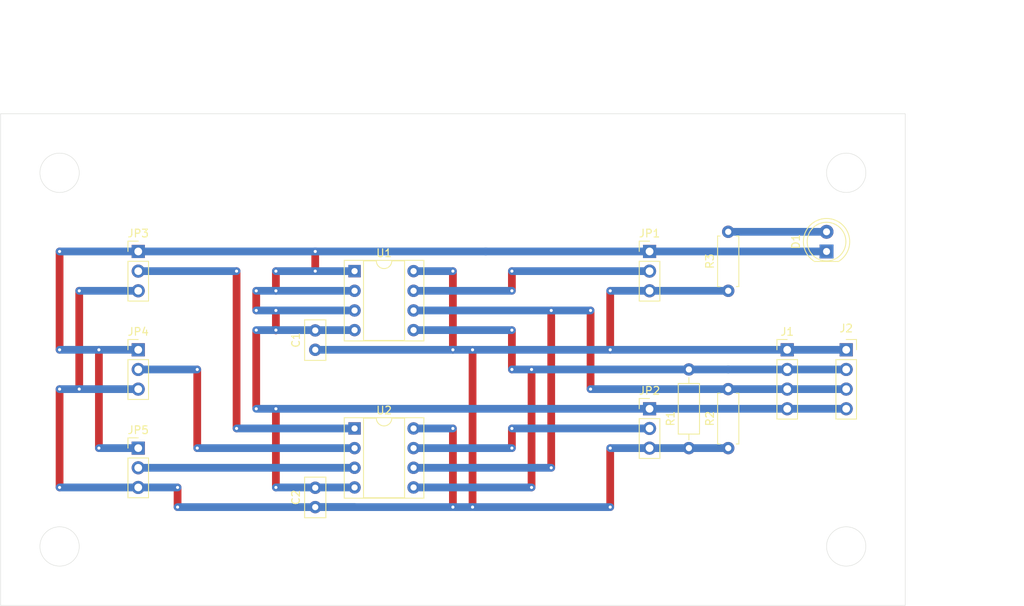
<source format=kicad_pcb>
(kicad_pcb (version 20171130) (host pcbnew 5.1.5+dfsg1-2build2)

  (general
    (thickness 1.6)
    (drawings 90)
    (tracks 131)
    (zones 0)
    (modules 15)
    (nets 11)
  )

  (page A4)
  (layers
    (0 F.Cu signal)
    (31 B.Cu signal)
    (32 B.Adhes user)
    (33 F.Adhes user)
    (34 B.Paste user)
    (35 F.Paste user)
    (36 B.SilkS user)
    (37 F.SilkS user)
    (38 B.Mask user)
    (39 F.Mask user)
    (40 Dwgs.User user)
    (41 Cmts.User user)
    (42 Eco1.User user)
    (43 Eco2.User user)
    (44 Edge.Cuts user)
    (45 Margin user)
    (46 B.CrtYd user)
    (47 F.CrtYd user)
    (48 B.Fab user)
    (49 F.Fab user)
  )

  (setup
    (last_trace_width 1)
    (user_trace_width 1)
    (user_trace_width 2)
    (trace_clearance 0.2)
    (zone_clearance 0.508)
    (zone_45_only no)
    (trace_min 0.2)
    (via_size 0.8)
    (via_drill 0.4)
    (via_min_size 0.4)
    (via_min_drill 0.3)
    (user_via 2 0.8)
    (uvia_size 0.3)
    (uvia_drill 0.1)
    (uvias_allowed no)
    (uvia_min_size 0.2)
    (uvia_min_drill 0.1)
    (edge_width 0.05)
    (segment_width 0.2)
    (pcb_text_width 0.3)
    (pcb_text_size 1.5 1.5)
    (mod_edge_width 0.12)
    (mod_text_size 1 1)
    (mod_text_width 0.15)
    (pad_size 1.524 1.524)
    (pad_drill 0.762)
    (pad_to_mask_clearance 0.051)
    (solder_mask_min_width 0.25)
    (aux_axis_origin 0 0)
    (visible_elements FFFFFF7F)
    (pcbplotparams
      (layerselection 0x010fc_ffffffff)
      (usegerberextensions false)
      (usegerberattributes false)
      (usegerberadvancedattributes false)
      (creategerberjobfile false)
      (excludeedgelayer true)
      (linewidth 0.100000)
      (plotframeref false)
      (viasonmask false)
      (mode 1)
      (useauxorigin false)
      (hpglpennumber 1)
      (hpglpenspeed 20)
      (hpglpendiameter 15.000000)
      (psnegative false)
      (psa4output false)
      (plotreference true)
      (plotvalue true)
      (plotinvisibletext false)
      (padsonsilk false)
      (subtractmaskfromsilk false)
      (outputformat 1)
      (mirror false)
      (drillshape 1)
      (scaleselection 1)
      (outputdirectory ""))
  )

  (net 0 "")
  (net 1 +5V)
  (net 2 "Net-(D1-Pad2)")
  (net 3 GND)
  (net 4 /SDA)
  (net 5 /SCL)
  (net 6 "Net-(JP1-Pad2)")
  (net 7 "Net-(JP2-Pad2)")
  (net 8 "Net-(JP3-Pad2)")
  (net 9 "Net-(JP4-Pad2)")
  (net 10 "Net-(JP5-Pad2)")

  (net_class Default "This is the default net class."
    (clearance 0.2)
    (trace_width 0.25)
    (via_dia 0.8)
    (via_drill 0.4)
    (uvia_dia 0.3)
    (uvia_drill 0.1)
    (add_net +5V)
    (add_net /SCL)
    (add_net /SDA)
    (add_net GND)
    (add_net "Net-(D1-Pad2)")
    (add_net "Net-(JP1-Pad2)")
    (add_net "Net-(JP2-Pad2)")
    (add_net "Net-(JP3-Pad2)")
    (add_net "Net-(JP4-Pad2)")
    (add_net "Net-(JP5-Pad2)")
  )

  (module Resistor_THT:R_Axial_DIN0207_L6.3mm_D2.5mm_P10.16mm_Horizontal (layer F.Cu) (tedit 5AE5139B) (tstamp 63B9F74E)
    (at 165.1 99.06 90)
    (descr "Resistor, Axial_DIN0207 series, Axial, Horizontal, pin pitch=10.16mm, 0.25W = 1/4W, length*diameter=6.3*2.5mm^2, http://cdn-reichelt.de/documents/datenblatt/B400/1_4W%23YAG.pdf")
    (tags "Resistor Axial_DIN0207 series Axial Horizontal pin pitch 10.16mm 0.25W = 1/4W length 6.3mm diameter 2.5mm")
    (path /6374BE63)
    (fp_text reference R1 (at 3.81 -2.37 90) (layer F.SilkS)
      (effects (font (size 1 1) (thickness 0.15)))
    )
    (fp_text value 10K (at 3.81 2.37 90) (layer F.Fab)
      (effects (font (size 1 1) (thickness 0.15)))
    )
    (fp_text user %R (at 3.81 0 90) (layer F.Fab)
      (effects (font (size 1 1) (thickness 0.15)))
    )
    (fp_line (start 11.21 -1.5) (end -1.05 -1.5) (layer F.CrtYd) (width 0.05))
    (fp_line (start 11.21 1.5) (end 11.21 -1.5) (layer F.CrtYd) (width 0.05))
    (fp_line (start -1.05 1.5) (end 11.21 1.5) (layer F.CrtYd) (width 0.05))
    (fp_line (start -1.05 -1.5) (end -1.05 1.5) (layer F.CrtYd) (width 0.05))
    (fp_line (start 9.12 0) (end 8.35 0) (layer F.SilkS) (width 0.12))
    (fp_line (start 1.04 0) (end 1.81 0) (layer F.SilkS) (width 0.12))
    (fp_line (start 8.35 -1.37) (end 1.81 -1.37) (layer F.SilkS) (width 0.12))
    (fp_line (start 8.35 1.37) (end 8.35 -1.37) (layer F.SilkS) (width 0.12))
    (fp_line (start 1.81 1.37) (end 8.35 1.37) (layer F.SilkS) (width 0.12))
    (fp_line (start 1.81 -1.37) (end 1.81 1.37) (layer F.SilkS) (width 0.12))
    (fp_line (start 10.16 0) (end 8.23 0) (layer F.Fab) (width 0.1))
    (fp_line (start 0 0) (end 1.93 0) (layer F.Fab) (width 0.1))
    (fp_line (start 8.23 -1.25) (end 1.93 -1.25) (layer F.Fab) (width 0.1))
    (fp_line (start 8.23 1.25) (end 8.23 -1.25) (layer F.Fab) (width 0.1))
    (fp_line (start 1.93 1.25) (end 8.23 1.25) (layer F.Fab) (width 0.1))
    (fp_line (start 1.93 -1.25) (end 1.93 1.25) (layer F.Fab) (width 0.1))
    (pad 2 thru_hole oval (at 10.16 0 90) (size 1.6 1.6) (drill 0.8) (layers *.Cu *.Mask)
      (net 4 /SDA))
    (pad 1 thru_hole circle (at 0 0 90) (size 1.6 1.6) (drill 0.8) (layers *.Cu *.Mask)
      (net 1 +5V))
    (model ${KISYS3DMOD}/Resistor_THT.3dshapes/R_Axial_DIN0207_L6.3mm_D2.5mm_P10.16mm_Horizontal.wrl
      (at (xyz 0 0 0))
      (scale (xyz 1 1 1))
      (rotate (xyz 0 0 0))
    )
  )

  (module Connector_PinHeader_2.54mm:PinHeader_1x03_P2.54mm_Vertical (layer F.Cu) (tedit 59FED5CC) (tstamp 6375711B)
    (at 160.02 73.66)
    (descr "Through hole straight pin header, 1x03, 2.54mm pitch, single row")
    (tags "Through hole pin header THT 1x03 2.54mm single row")
    (path /63861D7F)
    (fp_text reference JP1 (at 0 -2.33) (layer F.SilkS)
      (effects (font (size 1 1) (thickness 0.15)))
    )
    (fp_text value Jumper_3_Bridged12 (at 0 7.41) (layer F.Fab)
      (effects (font (size 1 1) (thickness 0.15)))
    )
    (fp_line (start -0.635 -1.27) (end 1.27 -1.27) (layer F.Fab) (width 0.1))
    (fp_line (start 1.27 -1.27) (end 1.27 6.35) (layer F.Fab) (width 0.1))
    (fp_line (start 1.27 6.35) (end -1.27 6.35) (layer F.Fab) (width 0.1))
    (fp_line (start -1.27 6.35) (end -1.27 -0.635) (layer F.Fab) (width 0.1))
    (fp_line (start -1.27 -0.635) (end -0.635 -1.27) (layer F.Fab) (width 0.1))
    (fp_line (start -1.33 6.41) (end 1.33 6.41) (layer F.SilkS) (width 0.12))
    (fp_line (start -1.33 1.27) (end -1.33 6.41) (layer F.SilkS) (width 0.12))
    (fp_line (start 1.33 1.27) (end 1.33 6.41) (layer F.SilkS) (width 0.12))
    (fp_line (start -1.33 1.27) (end 1.33 1.27) (layer F.SilkS) (width 0.12))
    (fp_line (start -1.33 0) (end -1.33 -1.33) (layer F.SilkS) (width 0.12))
    (fp_line (start -1.33 -1.33) (end 0 -1.33) (layer F.SilkS) (width 0.12))
    (fp_line (start -1.8 -1.8) (end -1.8 6.85) (layer F.CrtYd) (width 0.05))
    (fp_line (start -1.8 6.85) (end 1.8 6.85) (layer F.CrtYd) (width 0.05))
    (fp_line (start 1.8 6.85) (end 1.8 -1.8) (layer F.CrtYd) (width 0.05))
    (fp_line (start 1.8 -1.8) (end -1.8 -1.8) (layer F.CrtYd) (width 0.05))
    (fp_text user %R (at 0 2.54 90) (layer F.Fab)
      (effects (font (size 1 1) (thickness 0.15)))
    )
    (pad 1 thru_hole rect (at 0 0) (size 1.7 1.7) (drill 1) (layers *.Cu *.Mask)
      (net 3 GND))
    (pad 2 thru_hole oval (at 0 2.54) (size 1.7 1.7) (drill 1) (layers *.Cu *.Mask)
      (net 6 "Net-(JP1-Pad2)"))
    (pad 3 thru_hole oval (at 0 5.08) (size 1.7 1.7) (drill 1) (layers *.Cu *.Mask)
      (net 1 +5V))
    (model ${KISYS3DMOD}/Connector_PinHeader_2.54mm.3dshapes/PinHeader_1x03_P2.54mm_Vertical.wrl
      (at (xyz 0 0 0))
      (scale (xyz 1 1 1))
      (rotate (xyz 0 0 0))
    )
  )

  (module Connector_PinHeader_2.54mm:PinHeader_1x03_P2.54mm_Vertical (layer F.Cu) (tedit 59FED5CC) (tstamp 63741E3A)
    (at 93.98 73.66)
    (descr "Through hole straight pin header, 1x03, 2.54mm pitch, single row")
    (tags "Through hole pin header THT 1x03 2.54mm single row")
    (path /63877A64)
    (fp_text reference JP3 (at 0 -2.33) (layer F.SilkS)
      (effects (font (size 1 1) (thickness 0.15)))
    )
    (fp_text value Jumper_3_Bridged12 (at 0 7.41) (layer F.Fab)
      (effects (font (size 1 1) (thickness 0.15)))
    )
    (fp_line (start -0.635 -1.27) (end 1.27 -1.27) (layer F.Fab) (width 0.1))
    (fp_line (start 1.27 -1.27) (end 1.27 6.35) (layer F.Fab) (width 0.1))
    (fp_line (start 1.27 6.35) (end -1.27 6.35) (layer F.Fab) (width 0.1))
    (fp_line (start -1.27 6.35) (end -1.27 -0.635) (layer F.Fab) (width 0.1))
    (fp_line (start -1.27 -0.635) (end -0.635 -1.27) (layer F.Fab) (width 0.1))
    (fp_line (start -1.33 6.41) (end 1.33 6.41) (layer F.SilkS) (width 0.12))
    (fp_line (start -1.33 1.27) (end -1.33 6.41) (layer F.SilkS) (width 0.12))
    (fp_line (start 1.33 1.27) (end 1.33 6.41) (layer F.SilkS) (width 0.12))
    (fp_line (start -1.33 1.27) (end 1.33 1.27) (layer F.SilkS) (width 0.12))
    (fp_line (start -1.33 0) (end -1.33 -1.33) (layer F.SilkS) (width 0.12))
    (fp_line (start -1.33 -1.33) (end 0 -1.33) (layer F.SilkS) (width 0.12))
    (fp_line (start -1.8 -1.8) (end -1.8 6.85) (layer F.CrtYd) (width 0.05))
    (fp_line (start -1.8 6.85) (end 1.8 6.85) (layer F.CrtYd) (width 0.05))
    (fp_line (start 1.8 6.85) (end 1.8 -1.8) (layer F.CrtYd) (width 0.05))
    (fp_line (start 1.8 -1.8) (end -1.8 -1.8) (layer F.CrtYd) (width 0.05))
    (fp_text user %R (at 0 2.54 90) (layer F.Fab)
      (effects (font (size 1 1) (thickness 0.15)))
    )
    (pad 1 thru_hole rect (at 0 0) (size 1.7 1.7) (drill 1) (layers *.Cu *.Mask)
      (net 3 GND))
    (pad 2 thru_hole oval (at 0 2.54) (size 1.7 1.7) (drill 1) (layers *.Cu *.Mask)
      (net 8 "Net-(JP3-Pad2)"))
    (pad 3 thru_hole oval (at 0 5.08) (size 1.7 1.7) (drill 1) (layers *.Cu *.Mask)
      (net 1 +5V))
    (model ${KISYS3DMOD}/Connector_PinHeader_2.54mm.3dshapes/PinHeader_1x03_P2.54mm_Vertical.wrl
      (at (xyz 0 0 0))
      (scale (xyz 1 1 1))
      (rotate (xyz 0 0 0))
    )
  )

  (module Connector_PinHeader_2.54mm:PinHeader_1x03_P2.54mm_Vertical (layer F.Cu) (tedit 59FED5CC) (tstamp 637680A6)
    (at 93.98 86.36)
    (descr "Through hole straight pin header, 1x03, 2.54mm pitch, single row")
    (tags "Through hole pin header THT 1x03 2.54mm single row")
    (path /6387B159)
    (fp_text reference JP4 (at 0 -2.33) (layer F.SilkS)
      (effects (font (size 1 1) (thickness 0.15)))
    )
    (fp_text value Jumper_3_Bridged12 (at 0 7.41) (layer F.Fab)
      (effects (font (size 1 1) (thickness 0.15)))
    )
    (fp_text user %R (at 0 2.54 90) (layer F.Fab)
      (effects (font (size 1 1) (thickness 0.15)))
    )
    (fp_line (start 1.8 -1.8) (end -1.8 -1.8) (layer F.CrtYd) (width 0.05))
    (fp_line (start 1.8 6.85) (end 1.8 -1.8) (layer F.CrtYd) (width 0.05))
    (fp_line (start -1.8 6.85) (end 1.8 6.85) (layer F.CrtYd) (width 0.05))
    (fp_line (start -1.8 -1.8) (end -1.8 6.85) (layer F.CrtYd) (width 0.05))
    (fp_line (start -1.33 -1.33) (end 0 -1.33) (layer F.SilkS) (width 0.12))
    (fp_line (start -1.33 0) (end -1.33 -1.33) (layer F.SilkS) (width 0.12))
    (fp_line (start -1.33 1.27) (end 1.33 1.27) (layer F.SilkS) (width 0.12))
    (fp_line (start 1.33 1.27) (end 1.33 6.41) (layer F.SilkS) (width 0.12))
    (fp_line (start -1.33 1.27) (end -1.33 6.41) (layer F.SilkS) (width 0.12))
    (fp_line (start -1.33 6.41) (end 1.33 6.41) (layer F.SilkS) (width 0.12))
    (fp_line (start -1.27 -0.635) (end -0.635 -1.27) (layer F.Fab) (width 0.1))
    (fp_line (start -1.27 6.35) (end -1.27 -0.635) (layer F.Fab) (width 0.1))
    (fp_line (start 1.27 6.35) (end -1.27 6.35) (layer F.Fab) (width 0.1))
    (fp_line (start 1.27 -1.27) (end 1.27 6.35) (layer F.Fab) (width 0.1))
    (fp_line (start -0.635 -1.27) (end 1.27 -1.27) (layer F.Fab) (width 0.1))
    (pad 3 thru_hole oval (at 0 5.08) (size 1.7 1.7) (drill 1) (layers *.Cu *.Mask)
      (net 1 +5V))
    (pad 2 thru_hole oval (at 0 2.54) (size 1.7 1.7) (drill 1) (layers *.Cu *.Mask)
      (net 9 "Net-(JP4-Pad2)"))
    (pad 1 thru_hole rect (at 0 0) (size 1.7 1.7) (drill 1) (layers *.Cu *.Mask)
      (net 3 GND))
    (model ${KISYS3DMOD}/Connector_PinHeader_2.54mm.3dshapes/PinHeader_1x03_P2.54mm_Vertical.wrl
      (at (xyz 0 0 0))
      (scale (xyz 1 1 1))
      (rotate (xyz 0 0 0))
    )
  )

  (module Connector_PinHeader_2.54mm:PinHeader_1x03_P2.54mm_Vertical (layer F.Cu) (tedit 59FED5CC) (tstamp 6376857C)
    (at 93.98 99.06)
    (descr "Through hole straight pin header, 1x03, 2.54mm pitch, single row")
    (tags "Through hole pin header THT 1x03 2.54mm single row")
    (path /6387E1BA)
    (fp_text reference JP5 (at 0 -2.33) (layer F.SilkS)
      (effects (font (size 1 1) (thickness 0.15)))
    )
    (fp_text value Jumper_3_Bridged12 (at 0 7.41) (layer F.Fab)
      (effects (font (size 1 1) (thickness 0.15)))
    )
    (fp_line (start -0.635 -1.27) (end 1.27 -1.27) (layer F.Fab) (width 0.1))
    (fp_line (start 1.27 -1.27) (end 1.27 6.35) (layer F.Fab) (width 0.1))
    (fp_line (start 1.27 6.35) (end -1.27 6.35) (layer F.Fab) (width 0.1))
    (fp_line (start -1.27 6.35) (end -1.27 -0.635) (layer F.Fab) (width 0.1))
    (fp_line (start -1.27 -0.635) (end -0.635 -1.27) (layer F.Fab) (width 0.1))
    (fp_line (start -1.33 6.41) (end 1.33 6.41) (layer F.SilkS) (width 0.12))
    (fp_line (start -1.33 1.27) (end -1.33 6.41) (layer F.SilkS) (width 0.12))
    (fp_line (start 1.33 1.27) (end 1.33 6.41) (layer F.SilkS) (width 0.12))
    (fp_line (start -1.33 1.27) (end 1.33 1.27) (layer F.SilkS) (width 0.12))
    (fp_line (start -1.33 0) (end -1.33 -1.33) (layer F.SilkS) (width 0.12))
    (fp_line (start -1.33 -1.33) (end 0 -1.33) (layer F.SilkS) (width 0.12))
    (fp_line (start -1.8 -1.8) (end -1.8 6.85) (layer F.CrtYd) (width 0.05))
    (fp_line (start -1.8 6.85) (end 1.8 6.85) (layer F.CrtYd) (width 0.05))
    (fp_line (start 1.8 6.85) (end 1.8 -1.8) (layer F.CrtYd) (width 0.05))
    (fp_line (start 1.8 -1.8) (end -1.8 -1.8) (layer F.CrtYd) (width 0.05))
    (fp_text user %R (at 0 2.54 90) (layer F.Fab)
      (effects (font (size 1 1) (thickness 0.15)))
    )
    (pad 1 thru_hole rect (at 0 0) (size 1.7 1.7) (drill 1) (layers *.Cu *.Mask)
      (net 3 GND))
    (pad 2 thru_hole oval (at 0 2.54) (size 1.7 1.7) (drill 1) (layers *.Cu *.Mask)
      (net 10 "Net-(JP5-Pad2)"))
    (pad 3 thru_hole oval (at 0 5.08) (size 1.7 1.7) (drill 1) (layers *.Cu *.Mask)
      (net 1 +5V))
    (model ${KISYS3DMOD}/Connector_PinHeader_2.54mm.3dshapes/PinHeader_1x03_P2.54mm_Vertical.wrl
      (at (xyz 0 0 0))
      (scale (xyz 1 1 1))
      (rotate (xyz 0 0 0))
    )
  )

  (module Package_DIP:DIP-8_W7.62mm_Socket (layer F.Cu) (tedit 5A02E8C5) (tstamp 637423B3)
    (at 121.92 76.2)
    (descr "8-lead though-hole mounted DIP package, row spacing 7.62 mm (300 mils), Socket")
    (tags "THT DIP DIL PDIP 2.54mm 7.62mm 300mil Socket")
    (path /6374A438)
    (fp_text reference U1 (at 3.81 -2.33) (layer F.SilkS)
      (effects (font (size 1 1) (thickness 0.15)))
    )
    (fp_text value 24LC256 (at 3.81 9.95) (layer F.Fab)
      (effects (font (size 1 1) (thickness 0.15)))
    )
    (fp_text user %R (at 3.81 3.81) (layer F.Fab)
      (effects (font (size 1 1) (thickness 0.15)))
    )
    (fp_line (start 9.15 -1.6) (end -1.55 -1.6) (layer F.CrtYd) (width 0.05))
    (fp_line (start 9.15 9.2) (end 9.15 -1.6) (layer F.CrtYd) (width 0.05))
    (fp_line (start -1.55 9.2) (end 9.15 9.2) (layer F.CrtYd) (width 0.05))
    (fp_line (start -1.55 -1.6) (end -1.55 9.2) (layer F.CrtYd) (width 0.05))
    (fp_line (start 8.95 -1.39) (end -1.33 -1.39) (layer F.SilkS) (width 0.12))
    (fp_line (start 8.95 9.01) (end 8.95 -1.39) (layer F.SilkS) (width 0.12))
    (fp_line (start -1.33 9.01) (end 8.95 9.01) (layer F.SilkS) (width 0.12))
    (fp_line (start -1.33 -1.39) (end -1.33 9.01) (layer F.SilkS) (width 0.12))
    (fp_line (start 6.46 -1.33) (end 4.81 -1.33) (layer F.SilkS) (width 0.12))
    (fp_line (start 6.46 8.95) (end 6.46 -1.33) (layer F.SilkS) (width 0.12))
    (fp_line (start 1.16 8.95) (end 6.46 8.95) (layer F.SilkS) (width 0.12))
    (fp_line (start 1.16 -1.33) (end 1.16 8.95) (layer F.SilkS) (width 0.12))
    (fp_line (start 2.81 -1.33) (end 1.16 -1.33) (layer F.SilkS) (width 0.12))
    (fp_line (start 8.89 -1.33) (end -1.27 -1.33) (layer F.Fab) (width 0.1))
    (fp_line (start 8.89 8.95) (end 8.89 -1.33) (layer F.Fab) (width 0.1))
    (fp_line (start -1.27 8.95) (end 8.89 8.95) (layer F.Fab) (width 0.1))
    (fp_line (start -1.27 -1.33) (end -1.27 8.95) (layer F.Fab) (width 0.1))
    (fp_line (start 0.635 -0.27) (end 1.635 -1.27) (layer F.Fab) (width 0.1))
    (fp_line (start 0.635 8.89) (end 0.635 -0.27) (layer F.Fab) (width 0.1))
    (fp_line (start 6.985 8.89) (end 0.635 8.89) (layer F.Fab) (width 0.1))
    (fp_line (start 6.985 -1.27) (end 6.985 8.89) (layer F.Fab) (width 0.1))
    (fp_line (start 1.635 -1.27) (end 6.985 -1.27) (layer F.Fab) (width 0.1))
    (fp_arc (start 3.81 -1.33) (end 2.81 -1.33) (angle -180) (layer F.SilkS) (width 0.12))
    (pad 8 thru_hole oval (at 7.62 0) (size 1.6 1.6) (drill 0.8) (layers *.Cu *.Mask)
      (net 1 +5V))
    (pad 4 thru_hole oval (at 0 7.62) (size 1.6 1.6) (drill 0.8) (layers *.Cu *.Mask)
      (net 3 GND))
    (pad 7 thru_hole oval (at 7.62 2.54) (size 1.6 1.6) (drill 0.8) (layers *.Cu *.Mask)
      (net 6 "Net-(JP1-Pad2)"))
    (pad 3 thru_hole oval (at 0 5.08) (size 1.6 1.6) (drill 0.8) (layers *.Cu *.Mask)
      (net 3 GND))
    (pad 6 thru_hole oval (at 7.62 5.08) (size 1.6 1.6) (drill 0.8) (layers *.Cu *.Mask)
      (net 5 /SCL))
    (pad 2 thru_hole oval (at 0 2.54) (size 1.6 1.6) (drill 0.8) (layers *.Cu *.Mask)
      (net 3 GND))
    (pad 5 thru_hole oval (at 7.62 7.62) (size 1.6 1.6) (drill 0.8) (layers *.Cu *.Mask)
      (net 4 /SDA))
    (pad 1 thru_hole rect (at 0 0) (size 1.6 1.6) (drill 0.8) (layers *.Cu *.Mask)
      (net 3 GND))
    (model ${KISYS3DMOD}/Package_DIP.3dshapes/DIP-8_W7.62mm_Socket.wrl
      (at (xyz 0 0 0))
      (scale (xyz 1 1 1))
      (rotate (xyz 0 0 0))
    )
  )

  (module Package_DIP:DIP-8_W7.62mm_Socket (layer F.Cu) (tedit 5A02E8C5) (tstamp 637424AB)
    (at 121.92 96.52)
    (descr "8-lead though-hole mounted DIP package, row spacing 7.62 mm (300 mils), Socket")
    (tags "THT DIP DIL PDIP 2.54mm 7.62mm 300mil Socket")
    (path /6374B13F)
    (fp_text reference U2 (at 3.81 -2.33) (layer F.SilkS)
      (effects (font (size 1 1) (thickness 0.15)))
    )
    (fp_text value 24LC256 (at 3.81 9.95) (layer F.Fab)
      (effects (font (size 1 1) (thickness 0.15)))
    )
    (fp_arc (start 3.81 -1.33) (end 2.81 -1.33) (angle -180) (layer F.SilkS) (width 0.12))
    (fp_line (start 1.635 -1.27) (end 6.985 -1.27) (layer F.Fab) (width 0.1))
    (fp_line (start 6.985 -1.27) (end 6.985 8.89) (layer F.Fab) (width 0.1))
    (fp_line (start 6.985 8.89) (end 0.635 8.89) (layer F.Fab) (width 0.1))
    (fp_line (start 0.635 8.89) (end 0.635 -0.27) (layer F.Fab) (width 0.1))
    (fp_line (start 0.635 -0.27) (end 1.635 -1.27) (layer F.Fab) (width 0.1))
    (fp_line (start -1.27 -1.33) (end -1.27 8.95) (layer F.Fab) (width 0.1))
    (fp_line (start -1.27 8.95) (end 8.89 8.95) (layer F.Fab) (width 0.1))
    (fp_line (start 8.89 8.95) (end 8.89 -1.33) (layer F.Fab) (width 0.1))
    (fp_line (start 8.89 -1.33) (end -1.27 -1.33) (layer F.Fab) (width 0.1))
    (fp_line (start 2.81 -1.33) (end 1.16 -1.33) (layer F.SilkS) (width 0.12))
    (fp_line (start 1.16 -1.33) (end 1.16 8.95) (layer F.SilkS) (width 0.12))
    (fp_line (start 1.16 8.95) (end 6.46 8.95) (layer F.SilkS) (width 0.12))
    (fp_line (start 6.46 8.95) (end 6.46 -1.33) (layer F.SilkS) (width 0.12))
    (fp_line (start 6.46 -1.33) (end 4.81 -1.33) (layer F.SilkS) (width 0.12))
    (fp_line (start -1.33 -1.39) (end -1.33 9.01) (layer F.SilkS) (width 0.12))
    (fp_line (start -1.33 9.01) (end 8.95 9.01) (layer F.SilkS) (width 0.12))
    (fp_line (start 8.95 9.01) (end 8.95 -1.39) (layer F.SilkS) (width 0.12))
    (fp_line (start 8.95 -1.39) (end -1.33 -1.39) (layer F.SilkS) (width 0.12))
    (fp_line (start -1.55 -1.6) (end -1.55 9.2) (layer F.CrtYd) (width 0.05))
    (fp_line (start -1.55 9.2) (end 9.15 9.2) (layer F.CrtYd) (width 0.05))
    (fp_line (start 9.15 9.2) (end 9.15 -1.6) (layer F.CrtYd) (width 0.05))
    (fp_line (start 9.15 -1.6) (end -1.55 -1.6) (layer F.CrtYd) (width 0.05))
    (fp_text user %R (at 3.81 3.81) (layer F.Fab)
      (effects (font (size 1 1) (thickness 0.15)))
    )
    (pad 1 thru_hole rect (at 0 0) (size 1.6 1.6) (drill 0.8) (layers *.Cu *.Mask)
      (net 8 "Net-(JP3-Pad2)"))
    (pad 5 thru_hole oval (at 7.62 7.62) (size 1.6 1.6) (drill 0.8) (layers *.Cu *.Mask)
      (net 4 /SDA))
    (pad 2 thru_hole oval (at 0 2.54) (size 1.6 1.6) (drill 0.8) (layers *.Cu *.Mask)
      (net 9 "Net-(JP4-Pad2)"))
    (pad 6 thru_hole oval (at 7.62 5.08) (size 1.6 1.6) (drill 0.8) (layers *.Cu *.Mask)
      (net 5 /SCL))
    (pad 3 thru_hole oval (at 0 5.08) (size 1.6 1.6) (drill 0.8) (layers *.Cu *.Mask)
      (net 10 "Net-(JP5-Pad2)"))
    (pad 7 thru_hole oval (at 7.62 2.54) (size 1.6 1.6) (drill 0.8) (layers *.Cu *.Mask)
      (net 7 "Net-(JP2-Pad2)"))
    (pad 4 thru_hole oval (at 0 7.62) (size 1.6 1.6) (drill 0.8) (layers *.Cu *.Mask)
      (net 3 GND))
    (pad 8 thru_hole oval (at 7.62 0) (size 1.6 1.6) (drill 0.8) (layers *.Cu *.Mask)
      (net 1 +5V))
    (model ${KISYS3DMOD}/Package_DIP.3dshapes/DIP-8_W7.62mm_Socket.wrl
      (at (xyz 0 0 0))
      (scale (xyz 1 1 1))
      (rotate (xyz 0 0 0))
    )
  )

  (module Capacitor_THT:C_Disc_D5.0mm_W2.5mm_P2.50mm (layer F.Cu) (tedit 5AE50EF0) (tstamp 63BBF55B)
    (at 116.84 86.36 90)
    (descr "C, Disc series, Radial, pin pitch=2.50mm, , diameter*width=5*2.5mm^2, Capacitor, http://cdn-reichelt.de/documents/datenblatt/B300/DS_KERKO_TC.pdf")
    (tags "C Disc series Radial pin pitch 2.50mm  diameter 5mm width 2.5mm Capacitor")
    (path /6374B7D2)
    (fp_text reference C1 (at 1.25 -2.5 90) (layer F.SilkS)
      (effects (font (size 1 1) (thickness 0.15)))
    )
    (fp_text value 0.1uF (at 1.25 2.5 90) (layer F.Fab)
      (effects (font (size 1 1) (thickness 0.15)))
    )
    (fp_text user %R (at 1.25 0 90) (layer F.Fab)
      (effects (font (size 1 1) (thickness 0.15)))
    )
    (fp_line (start 4 -1.5) (end -1.5 -1.5) (layer F.CrtYd) (width 0.05))
    (fp_line (start 4 1.5) (end 4 -1.5) (layer F.CrtYd) (width 0.05))
    (fp_line (start -1.5 1.5) (end 4 1.5) (layer F.CrtYd) (width 0.05))
    (fp_line (start -1.5 -1.5) (end -1.5 1.5) (layer F.CrtYd) (width 0.05))
    (fp_line (start 3.87 -1.37) (end 3.87 1.37) (layer F.SilkS) (width 0.12))
    (fp_line (start -1.37 -1.37) (end -1.37 1.37) (layer F.SilkS) (width 0.12))
    (fp_line (start -1.37 1.37) (end 3.87 1.37) (layer F.SilkS) (width 0.12))
    (fp_line (start -1.37 -1.37) (end 3.87 -1.37) (layer F.SilkS) (width 0.12))
    (fp_line (start 3.75 -1.25) (end -1.25 -1.25) (layer F.Fab) (width 0.1))
    (fp_line (start 3.75 1.25) (end 3.75 -1.25) (layer F.Fab) (width 0.1))
    (fp_line (start -1.25 1.25) (end 3.75 1.25) (layer F.Fab) (width 0.1))
    (fp_line (start -1.25 -1.25) (end -1.25 1.25) (layer F.Fab) (width 0.1))
    (pad 2 thru_hole circle (at 2.5 0 90) (size 1.6 1.6) (drill 0.8) (layers *.Cu *.Mask)
      (net 3 GND))
    (pad 1 thru_hole circle (at 0 0 90) (size 1.6 1.6) (drill 0.8) (layers *.Cu *.Mask)
      (net 1 +5V))
    (model ${KISYS3DMOD}/Capacitor_THT.3dshapes/C_Disc_D5.0mm_W2.5mm_P2.50mm.wrl
      (at (xyz 0 0 0))
      (scale (xyz 1 1 1))
      (rotate (xyz 0 0 0))
    )
  )

  (module Capacitor_THT:C_Disc_D5.0mm_W2.5mm_P2.50mm (layer F.Cu) (tedit 5AE50EF0) (tstamp 637567A6)
    (at 116.84 106.68 90)
    (descr "C, Disc series, Radial, pin pitch=2.50mm, , diameter*width=5*2.5mm^2, Capacitor, http://cdn-reichelt.de/documents/datenblatt/B300/DS_KERKO_TC.pdf")
    (tags "C Disc series Radial pin pitch 2.50mm  diameter 5mm width 2.5mm Capacitor")
    (path /6374BB37)
    (fp_text reference C2 (at 1.25 -2.5 90) (layer F.SilkS)
      (effects (font (size 1 1) (thickness 0.15)))
    )
    (fp_text value 0.1uF (at 1.25 2.5 90) (layer F.Fab)
      (effects (font (size 1 1) (thickness 0.15)))
    )
    (fp_line (start -1.25 -1.25) (end -1.25 1.25) (layer F.Fab) (width 0.1))
    (fp_line (start -1.25 1.25) (end 3.75 1.25) (layer F.Fab) (width 0.1))
    (fp_line (start 3.75 1.25) (end 3.75 -1.25) (layer F.Fab) (width 0.1))
    (fp_line (start 3.75 -1.25) (end -1.25 -1.25) (layer F.Fab) (width 0.1))
    (fp_line (start -1.37 -1.37) (end 3.87 -1.37) (layer F.SilkS) (width 0.12))
    (fp_line (start -1.37 1.37) (end 3.87 1.37) (layer F.SilkS) (width 0.12))
    (fp_line (start -1.37 -1.37) (end -1.37 1.37) (layer F.SilkS) (width 0.12))
    (fp_line (start 3.87 -1.37) (end 3.87 1.37) (layer F.SilkS) (width 0.12))
    (fp_line (start -1.5 -1.5) (end -1.5 1.5) (layer F.CrtYd) (width 0.05))
    (fp_line (start -1.5 1.5) (end 4 1.5) (layer F.CrtYd) (width 0.05))
    (fp_line (start 4 1.5) (end 4 -1.5) (layer F.CrtYd) (width 0.05))
    (fp_line (start 4 -1.5) (end -1.5 -1.5) (layer F.CrtYd) (width 0.05))
    (fp_text user %R (at 1.25 0 90) (layer F.Fab)
      (effects (font (size 1 1) (thickness 0.15)))
    )
    (pad 1 thru_hole circle (at 0 0 90) (size 1.6 1.6) (drill 0.8) (layers *.Cu *.Mask)
      (net 1 +5V))
    (pad 2 thru_hole circle (at 2.5 0 90) (size 1.6 1.6) (drill 0.8) (layers *.Cu *.Mask)
      (net 3 GND))
    (model ${KISYS3DMOD}/Capacitor_THT.3dshapes/C_Disc_D5.0mm_W2.5mm_P2.50mm.wrl
      (at (xyz 0 0 0))
      (scale (xyz 1 1 1))
      (rotate (xyz 0 0 0))
    )
  )

  (module LED_THT:LED_D5.0mm (layer F.Cu) (tedit 5995936A) (tstamp 637567B8)
    (at 182.88 73.66 90)
    (descr "LED, diameter 5.0mm, 2 pins, http://cdn-reichelt.de/documents/datenblatt/A500/LL-504BC2E-009.pdf")
    (tags "LED diameter 5.0mm 2 pins")
    (path /6374CA40)
    (fp_text reference D1 (at 1.27 -3.96 90) (layer F.SilkS)
      (effects (font (size 1 1) (thickness 0.15)))
    )
    (fp_text value LED (at 1.27 3.96 90) (layer F.Fab)
      (effects (font (size 1 1) (thickness 0.15)))
    )
    (fp_arc (start 1.27 0) (end -1.23 -1.469694) (angle 299.1) (layer F.Fab) (width 0.1))
    (fp_arc (start 1.27 0) (end -1.29 -1.54483) (angle 148.9) (layer F.SilkS) (width 0.12))
    (fp_arc (start 1.27 0) (end -1.29 1.54483) (angle -148.9) (layer F.SilkS) (width 0.12))
    (fp_circle (center 1.27 0) (end 3.77 0) (layer F.Fab) (width 0.1))
    (fp_circle (center 1.27 0) (end 3.77 0) (layer F.SilkS) (width 0.12))
    (fp_line (start -1.23 -1.469694) (end -1.23 1.469694) (layer F.Fab) (width 0.1))
    (fp_line (start -1.29 -1.545) (end -1.29 1.545) (layer F.SilkS) (width 0.12))
    (fp_line (start -1.95 -3.25) (end -1.95 3.25) (layer F.CrtYd) (width 0.05))
    (fp_line (start -1.95 3.25) (end 4.5 3.25) (layer F.CrtYd) (width 0.05))
    (fp_line (start 4.5 3.25) (end 4.5 -3.25) (layer F.CrtYd) (width 0.05))
    (fp_line (start 4.5 -3.25) (end -1.95 -3.25) (layer F.CrtYd) (width 0.05))
    (fp_text user %R (at 1.25 0 90) (layer F.Fab)
      (effects (font (size 0.8 0.8) (thickness 0.2)))
    )
    (pad 1 thru_hole rect (at 0 0 90) (size 1.8 1.8) (drill 0.9) (layers *.Cu *.Mask)
      (net 3 GND))
    (pad 2 thru_hole circle (at 2.54 0 90) (size 1.8 1.8) (drill 0.9) (layers *.Cu *.Mask)
      (net 2 "Net-(D1-Pad2)"))
    (model ${KISYS3DMOD}/LED_THT.3dshapes/LED_D5.0mm.wrl
      (at (xyz 0 0 0))
      (scale (xyz 1 1 1))
      (rotate (xyz 0 0 0))
    )
  )

  (module Connector_PinHeader_2.54mm:PinHeader_1x04_P2.54mm_Vertical (layer F.Cu) (tedit 59FED5CC) (tstamp 63B9F94A)
    (at 177.8 86.36)
    (descr "Through hole straight pin header, 1x04, 2.54mm pitch, single row")
    (tags "Through hole pin header THT 1x04 2.54mm single row")
    (path /637B4712)
    (fp_text reference J1 (at 0 -2.33) (layer F.SilkS)
      (effects (font (size 1 1) (thickness 0.15)))
    )
    (fp_text value Conn_01x04_Male (at 0 9.95) (layer F.Fab)
      (effects (font (size 1 1) (thickness 0.15)))
    )
    (fp_line (start -0.635 -1.27) (end 1.27 -1.27) (layer F.Fab) (width 0.1))
    (fp_line (start 1.27 -1.27) (end 1.27 8.89) (layer F.Fab) (width 0.1))
    (fp_line (start 1.27 8.89) (end -1.27 8.89) (layer F.Fab) (width 0.1))
    (fp_line (start -1.27 8.89) (end -1.27 -0.635) (layer F.Fab) (width 0.1))
    (fp_line (start -1.27 -0.635) (end -0.635 -1.27) (layer F.Fab) (width 0.1))
    (fp_line (start -1.33 8.95) (end 1.33 8.95) (layer F.SilkS) (width 0.12))
    (fp_line (start -1.33 1.27) (end -1.33 8.95) (layer F.SilkS) (width 0.12))
    (fp_line (start 1.33 1.27) (end 1.33 8.95) (layer F.SilkS) (width 0.12))
    (fp_line (start -1.33 1.27) (end 1.33 1.27) (layer F.SilkS) (width 0.12))
    (fp_line (start -1.33 0) (end -1.33 -1.33) (layer F.SilkS) (width 0.12))
    (fp_line (start -1.33 -1.33) (end 0 -1.33) (layer F.SilkS) (width 0.12))
    (fp_line (start -1.8 -1.8) (end -1.8 9.4) (layer F.CrtYd) (width 0.05))
    (fp_line (start -1.8 9.4) (end 1.8 9.4) (layer F.CrtYd) (width 0.05))
    (fp_line (start 1.8 9.4) (end 1.8 -1.8) (layer F.CrtYd) (width 0.05))
    (fp_line (start 1.8 -1.8) (end -1.8 -1.8) (layer F.CrtYd) (width 0.05))
    (fp_text user %R (at 0 3.81 90) (layer F.Fab)
      (effects (font (size 1 1) (thickness 0.15)))
    )
    (pad 1 thru_hole rect (at 0 0) (size 1.7 1.7) (drill 1) (layers *.Cu *.Mask)
      (net 1 +5V))
    (pad 2 thru_hole oval (at 0 2.54) (size 1.7 1.7) (drill 1) (layers *.Cu *.Mask)
      (net 4 /SDA))
    (pad 3 thru_hole oval (at 0 5.08) (size 1.7 1.7) (drill 1) (layers *.Cu *.Mask)
      (net 5 /SCL))
    (pad 4 thru_hole oval (at 0 7.62) (size 1.7 1.7) (drill 1) (layers *.Cu *.Mask)
      (net 3 GND))
    (model ${KISYS3DMOD}/Connector_PinHeader_2.54mm.3dshapes/PinHeader_1x04_P2.54mm_Vertical.wrl
      (at (xyz 0 0 0))
      (scale (xyz 1 1 1))
      (rotate (xyz 0 0 0))
    )
  )

  (module Connector_PinSocket_2.54mm:PinSocket_1x04_P2.54mm_Vertical (layer F.Cu) (tedit 5A19A429) (tstamp 637567E8)
    (at 185.42 86.36)
    (descr "Through hole straight socket strip, 1x04, 2.54mm pitch, single row (from Kicad 4.0.7), script generated")
    (tags "Through hole socket strip THT 1x04 2.54mm single row")
    (path /637C0D31)
    (fp_text reference J2 (at 0 -2.77) (layer F.SilkS)
      (effects (font (size 1 1) (thickness 0.15)))
    )
    (fp_text value Conn_01x04_Female (at 0 10.39) (layer F.Fab)
      (effects (font (size 1 1) (thickness 0.15)))
    )
    (fp_line (start -1.27 -1.27) (end 0.635 -1.27) (layer F.Fab) (width 0.1))
    (fp_line (start 0.635 -1.27) (end 1.27 -0.635) (layer F.Fab) (width 0.1))
    (fp_line (start 1.27 -0.635) (end 1.27 8.89) (layer F.Fab) (width 0.1))
    (fp_line (start 1.27 8.89) (end -1.27 8.89) (layer F.Fab) (width 0.1))
    (fp_line (start -1.27 8.89) (end -1.27 -1.27) (layer F.Fab) (width 0.1))
    (fp_line (start -1.33 1.27) (end 1.33 1.27) (layer F.SilkS) (width 0.12))
    (fp_line (start -1.33 1.27) (end -1.33 8.95) (layer F.SilkS) (width 0.12))
    (fp_line (start -1.33 8.95) (end 1.33 8.95) (layer F.SilkS) (width 0.12))
    (fp_line (start 1.33 1.27) (end 1.33 8.95) (layer F.SilkS) (width 0.12))
    (fp_line (start 1.33 -1.33) (end 1.33 0) (layer F.SilkS) (width 0.12))
    (fp_line (start 0 -1.33) (end 1.33 -1.33) (layer F.SilkS) (width 0.12))
    (fp_line (start -1.8 -1.8) (end 1.75 -1.8) (layer F.CrtYd) (width 0.05))
    (fp_line (start 1.75 -1.8) (end 1.75 9.4) (layer F.CrtYd) (width 0.05))
    (fp_line (start 1.75 9.4) (end -1.8 9.4) (layer F.CrtYd) (width 0.05))
    (fp_line (start -1.8 9.4) (end -1.8 -1.8) (layer F.CrtYd) (width 0.05))
    (fp_text user %R (at 0 3.81 90) (layer F.Fab)
      (effects (font (size 1 1) (thickness 0.15)))
    )
    (pad 1 thru_hole rect (at 0 0) (size 1.7 1.7) (drill 1) (layers *.Cu *.Mask)
      (net 1 +5V))
    (pad 2 thru_hole oval (at 0 2.54) (size 1.7 1.7) (drill 1) (layers *.Cu *.Mask)
      (net 4 /SDA))
    (pad 3 thru_hole oval (at 0 5.08) (size 1.7 1.7) (drill 1) (layers *.Cu *.Mask)
      (net 5 /SCL))
    (pad 4 thru_hole oval (at 0 7.62) (size 1.7 1.7) (drill 1) (layers *.Cu *.Mask)
      (net 3 GND))
    (model ${KISYS3DMOD}/Connector_PinSocket_2.54mm.3dshapes/PinSocket_1x04_P2.54mm_Vertical.wrl
      (at (xyz 0 0 0))
      (scale (xyz 1 1 1))
      (rotate (xyz 0 0 0))
    )
  )

  (module Connector_PinHeader_2.54mm:PinHeader_1x03_P2.54mm_Vertical (layer F.Cu) (tedit 59FED5CC) (tstamp 63756FAE)
    (at 160.02 93.98)
    (descr "Through hole straight pin header, 1x03, 2.54mm pitch, single row")
    (tags "Through hole pin header THT 1x03 2.54mm single row")
    (path /6386B4FB)
    (fp_text reference JP2 (at 0 -2.33) (layer F.SilkS)
      (effects (font (size 1 1) (thickness 0.15)))
    )
    (fp_text value Jumper_3_Bridged12 (at 0 7.41) (layer F.Fab)
      (effects (font (size 1 1) (thickness 0.15)))
    )
    (fp_line (start -0.635 -1.27) (end 1.27 -1.27) (layer F.Fab) (width 0.1))
    (fp_line (start 1.27 -1.27) (end 1.27 6.35) (layer F.Fab) (width 0.1))
    (fp_line (start 1.27 6.35) (end -1.27 6.35) (layer F.Fab) (width 0.1))
    (fp_line (start -1.27 6.35) (end -1.27 -0.635) (layer F.Fab) (width 0.1))
    (fp_line (start -1.27 -0.635) (end -0.635 -1.27) (layer F.Fab) (width 0.1))
    (fp_line (start -1.33 6.41) (end 1.33 6.41) (layer F.SilkS) (width 0.12))
    (fp_line (start -1.33 1.27) (end -1.33 6.41) (layer F.SilkS) (width 0.12))
    (fp_line (start 1.33 1.27) (end 1.33 6.41) (layer F.SilkS) (width 0.12))
    (fp_line (start -1.33 1.27) (end 1.33 1.27) (layer F.SilkS) (width 0.12))
    (fp_line (start -1.33 0) (end -1.33 -1.33) (layer F.SilkS) (width 0.12))
    (fp_line (start -1.33 -1.33) (end 0 -1.33) (layer F.SilkS) (width 0.12))
    (fp_line (start -1.8 -1.8) (end -1.8 6.85) (layer F.CrtYd) (width 0.05))
    (fp_line (start -1.8 6.85) (end 1.8 6.85) (layer F.CrtYd) (width 0.05))
    (fp_line (start 1.8 6.85) (end 1.8 -1.8) (layer F.CrtYd) (width 0.05))
    (fp_line (start 1.8 -1.8) (end -1.8 -1.8) (layer F.CrtYd) (width 0.05))
    (fp_text user %R (at 0 2.54 90) (layer F.Fab)
      (effects (font (size 1 1) (thickness 0.15)))
    )
    (pad 1 thru_hole rect (at 0 0) (size 1.7 1.7) (drill 1) (layers *.Cu *.Mask)
      (net 3 GND))
    (pad 2 thru_hole oval (at 0 2.54) (size 1.7 1.7) (drill 1) (layers *.Cu *.Mask)
      (net 7 "Net-(JP2-Pad2)"))
    (pad 3 thru_hole oval (at 0 5.08) (size 1.7 1.7) (drill 1) (layers *.Cu *.Mask)
      (net 1 +5V))
    (model ${KISYS3DMOD}/Connector_PinHeader_2.54mm.3dshapes/PinHeader_1x03_P2.54mm_Vertical.wrl
      (at (xyz 0 0 0))
      (scale (xyz 1 1 1))
      (rotate (xyz 0 0 0))
    )
  )

  (module Resistor_THT:R_Axial_DIN0207_L6.3mm_D2.5mm_P7.62mm_Horizontal (layer F.Cu) (tedit 5AE5139B) (tstamp 63B9F81B)
    (at 170.18 99.06 90)
    (descr "Resistor, Axial_DIN0207 series, Axial, Horizontal, pin pitch=7.62mm, 0.25W = 1/4W, length*diameter=6.3*2.5mm^2, http://cdn-reichelt.de/documents/datenblatt/B400/1_4W%23YAG.pdf")
    (tags "Resistor Axial_DIN0207 series Axial Horizontal pin pitch 7.62mm 0.25W = 1/4W length 6.3mm diameter 2.5mm")
    (path /6374C3E9)
    (fp_text reference R2 (at 3.81 -2.37 90) (layer F.SilkS)
      (effects (font (size 1 1) (thickness 0.15)))
    )
    (fp_text value 10K (at 3.81 2.37 90) (layer F.Fab)
      (effects (font (size 1 1) (thickness 0.15)))
    )
    (fp_text user %R (at 3.81 0 90) (layer F.Fab)
      (effects (font (size 1 1) (thickness 0.15)))
    )
    (fp_line (start 8.67 -1.5) (end -1.05 -1.5) (layer F.CrtYd) (width 0.05))
    (fp_line (start 8.67 1.5) (end 8.67 -1.5) (layer F.CrtYd) (width 0.05))
    (fp_line (start -1.05 1.5) (end 8.67 1.5) (layer F.CrtYd) (width 0.05))
    (fp_line (start -1.05 -1.5) (end -1.05 1.5) (layer F.CrtYd) (width 0.05))
    (fp_line (start 7.08 1.37) (end 7.08 1.04) (layer F.SilkS) (width 0.12))
    (fp_line (start 0.54 1.37) (end 7.08 1.37) (layer F.SilkS) (width 0.12))
    (fp_line (start 0.54 1.04) (end 0.54 1.37) (layer F.SilkS) (width 0.12))
    (fp_line (start 7.08 -1.37) (end 7.08 -1.04) (layer F.SilkS) (width 0.12))
    (fp_line (start 0.54 -1.37) (end 7.08 -1.37) (layer F.SilkS) (width 0.12))
    (fp_line (start 0.54 -1.04) (end 0.54 -1.37) (layer F.SilkS) (width 0.12))
    (fp_line (start 7.62 0) (end 6.96 0) (layer F.Fab) (width 0.1))
    (fp_line (start 0 0) (end 0.66 0) (layer F.Fab) (width 0.1))
    (fp_line (start 6.96 -1.25) (end 0.66 -1.25) (layer F.Fab) (width 0.1))
    (fp_line (start 6.96 1.25) (end 6.96 -1.25) (layer F.Fab) (width 0.1))
    (fp_line (start 0.66 1.25) (end 6.96 1.25) (layer F.Fab) (width 0.1))
    (fp_line (start 0.66 -1.25) (end 0.66 1.25) (layer F.Fab) (width 0.1))
    (pad 2 thru_hole oval (at 7.62 0 90) (size 1.6 1.6) (drill 0.8) (layers *.Cu *.Mask)
      (net 5 /SCL))
    (pad 1 thru_hole circle (at 0 0 90) (size 1.6 1.6) (drill 0.8) (layers *.Cu *.Mask)
      (net 1 +5V))
    (model ${KISYS3DMOD}/Resistor_THT.3dshapes/R_Axial_DIN0207_L6.3mm_D2.5mm_P7.62mm_Horizontal.wrl
      (at (xyz 0 0 0))
      (scale (xyz 1 1 1))
      (rotate (xyz 0 0 0))
    )
  )

  (module Resistor_THT:R_Axial_DIN0207_L6.3mm_D2.5mm_P7.62mm_Horizontal (layer F.Cu) (tedit 5AE5139B) (tstamp 63BDE14E)
    (at 170.18 78.74 90)
    (descr "Resistor, Axial_DIN0207 series, Axial, Horizontal, pin pitch=7.62mm, 0.25W = 1/4W, length*diameter=6.3*2.5mm^2, http://cdn-reichelt.de/documents/datenblatt/B400/1_4W%23YAG.pdf")
    (tags "Resistor Axial_DIN0207 series Axial Horizontal pin pitch 7.62mm 0.25W = 1/4W length 6.3mm diameter 2.5mm")
    (path /6374C6C8)
    (fp_text reference R3 (at 3.81 -2.37 90) (layer F.SilkS)
      (effects (font (size 1 1) (thickness 0.15)))
    )
    (fp_text value 1K (at 3.81 2.37 90) (layer F.Fab)
      (effects (font (size 1 1) (thickness 0.15)))
    )
    (fp_line (start 0.66 -1.25) (end 0.66 1.25) (layer F.Fab) (width 0.1))
    (fp_line (start 0.66 1.25) (end 6.96 1.25) (layer F.Fab) (width 0.1))
    (fp_line (start 6.96 1.25) (end 6.96 -1.25) (layer F.Fab) (width 0.1))
    (fp_line (start 6.96 -1.25) (end 0.66 -1.25) (layer F.Fab) (width 0.1))
    (fp_line (start 0 0) (end 0.66 0) (layer F.Fab) (width 0.1))
    (fp_line (start 7.62 0) (end 6.96 0) (layer F.Fab) (width 0.1))
    (fp_line (start 0.54 -1.04) (end 0.54 -1.37) (layer F.SilkS) (width 0.12))
    (fp_line (start 0.54 -1.37) (end 7.08 -1.37) (layer F.SilkS) (width 0.12))
    (fp_line (start 7.08 -1.37) (end 7.08 -1.04) (layer F.SilkS) (width 0.12))
    (fp_line (start 0.54 1.04) (end 0.54 1.37) (layer F.SilkS) (width 0.12))
    (fp_line (start 0.54 1.37) (end 7.08 1.37) (layer F.SilkS) (width 0.12))
    (fp_line (start 7.08 1.37) (end 7.08 1.04) (layer F.SilkS) (width 0.12))
    (fp_line (start -1.05 -1.5) (end -1.05 1.5) (layer F.CrtYd) (width 0.05))
    (fp_line (start -1.05 1.5) (end 8.67 1.5) (layer F.CrtYd) (width 0.05))
    (fp_line (start 8.67 1.5) (end 8.67 -1.5) (layer F.CrtYd) (width 0.05))
    (fp_line (start 8.67 -1.5) (end -1.05 -1.5) (layer F.CrtYd) (width 0.05))
    (fp_text user %R (at 3.81 0 90) (layer F.Fab)
      (effects (font (size 1 1) (thickness 0.15)))
    )
    (pad 1 thru_hole circle (at 0 0 90) (size 1.6 1.6) (drill 0.8) (layers *.Cu *.Mask)
      (net 1 +5V))
    (pad 2 thru_hole oval (at 7.62 0 90) (size 1.6 1.6) (drill 0.8) (layers *.Cu *.Mask)
      (net 2 "Net-(D1-Pad2)"))
    (model ${KISYS3DMOD}/Resistor_THT.3dshapes/R_Axial_DIN0207_L6.3mm_D2.5mm_P7.62mm_Horizontal.wrl
      (at (xyz 0 0 0))
      (scale (xyz 1 1 1))
      (rotate (xyz 0 0 0))
    )
  )

  (dimension 116.84 (width 0.15) (layer Cmts.User)
    (gr_text "116.840 mm" (at 134.62 41.88) (layer Cmts.User)
      (effects (font (size 1 1) (thickness 0.15)))
    )
    (feature1 (pts (xy 193.04 45.72) (xy 193.04 42.593579)))
    (feature2 (pts (xy 76.2 45.72) (xy 76.2 42.593579)))
    (crossbar (pts (xy 76.2 43.18) (xy 193.04 43.18)))
    (arrow1a (pts (xy 193.04 43.18) (xy 191.913496 43.766421)))
    (arrow1b (pts (xy 193.04 43.18) (xy 191.913496 42.593579)))
    (arrow2a (pts (xy 76.2 43.18) (xy 77.326504 43.766421)))
    (arrow2b (pts (xy 76.2 43.18) (xy 77.326504 42.593579)))
  )
  (dimension 63.5 (width 0.15) (layer Cmts.User)
    (gr_text "63.500 mm" (at 207.04 87.63 270) (layer Cmts.User)
      (effects (font (size 1 1) (thickness 0.15)))
    )
    (feature1 (pts (xy 203.2 119.38) (xy 206.326421 119.38)))
    (feature2 (pts (xy 203.2 55.88) (xy 206.326421 55.88)))
    (crossbar (pts (xy 205.74 55.88) (xy 205.74 119.38)))
    (arrow1a (pts (xy 205.74 119.38) (xy 205.153579 118.253496)))
    (arrow1b (pts (xy 205.74 119.38) (xy 206.326421 118.253496)))
    (arrow2a (pts (xy 205.74 55.88) (xy 205.153579 57.006504)))
    (arrow2b (pts (xy 205.74 55.88) (xy 206.326421 57.006504)))
  )
  (gr_circle (center 83.82 111.76) (end 81.28 111.76) (layer Edge.Cuts) (width 0.05) (tstamp 63BDE46B))
  (gr_circle (center 83.82 63.5) (end 81.28 63.5) (layer Edge.Cuts) (width 0.05) (tstamp 63BDE458))
  (gr_circle (center 185.42 111.76) (end 182.88 111.76) (layer Edge.Cuts) (width 0.05) (tstamp 63BDE425))
  (gr_line (start 150.495 91.44) (end 149.225 91.44) (layer Dwgs.User) (width 0.15) (tstamp 63BDE354))
  (gr_line (start 149.225 90.805) (end 150.495 92.075) (layer Dwgs.User) (width 0.15) (tstamp 63BDE351))
  (gr_line (start 149.86 90.805) (end 149.86 92.075) (layer Dwgs.User) (width 0.15) (tstamp 63BDE34E))
  (gr_line (start 149.225 92.075) (end 150.495 90.805) (layer Dwgs.User) (width 0.15) (tstamp 63BDE34B))
  (gr_line (start 126.365 81.915) (end 127.635 80.645) (layer Dwgs.User) (width 0.15) (tstamp 637572CF))
  (gr_line (start 127.635 83.82) (end 126.365 83.82) (layer Dwgs.User) (width 0.15) (tstamp 637572F0))
  (gr_line (start 126.365 84.455) (end 127.635 83.185) (layer Dwgs.User) (width 0.15) (tstamp 637572E7))
  (gr_line (start 127.635 81.28) (end 126.365 81.28) (layer Dwgs.User) (width 0.15) (tstamp 637572CC))
  (gr_line (start 127 80.645) (end 127 81.915) (layer Dwgs.User) (width 0.15) (tstamp 637572EA))
  (gr_line (start 127.635 78.74) (end 126.365 78.74) (layer Dwgs.User) (width 0.15) (tstamp 637572DB))
  (gr_line (start 126.365 78.105) (end 127.635 79.375) (layer Dwgs.User) (width 0.15) (tstamp 637572F6))
  (gr_line (start 126.365 76.835) (end 127.635 75.565) (layer Dwgs.User) (width 0.15) (tstamp 637572F3))
  (gr_line (start 127 83.185) (end 127 84.455) (layer Dwgs.User) (width 0.15) (tstamp 637572ED))
  (gr_line (start 127 75.565) (end 127 76.835) (layer Dwgs.User) (width 0.15) (tstamp 637572E1))
  (gr_line (start 126.365 83.185) (end 127.635 84.455) (layer Dwgs.User) (width 0.15) (tstamp 637572C9))
  (gr_line (start 126.365 80.645) (end 127.635 81.915) (layer Dwgs.User) (width 0.15) (tstamp 637572DE))
  (gr_line (start 126.365 75.565) (end 127.635 76.835) (layer Dwgs.User) (width 0.15) (tstamp 637572D5))
  (gr_line (start 127 78.105) (end 127 79.375) (layer Dwgs.User) (width 0.15) (tstamp 637572E4))
  (gr_line (start 126.365 79.375) (end 127.635 78.105) (layer Dwgs.User) (width 0.15) (tstamp 637572D2))
  (gr_line (start 127.635 76.2) (end 126.365 76.2) (layer Dwgs.User) (width 0.15) (tstamp 637572D8))
  (gr_line (start 98.425 98.425) (end 99.695 99.695) (layer Dwgs.User) (width 0.15) (tstamp 637685C2))
  (gr_line (start 98.425 99.695) (end 99.695 98.425) (layer Dwgs.User) (width 0.15) (tstamp 637685C1))
  (gr_line (start 99.695 99.06) (end 98.425 99.06) (layer Dwgs.User) (width 0.15) (tstamp 637685C0))
  (gr_line (start 99.06 98.425) (end 99.06 99.695) (layer Dwgs.User) (width 0.15) (tstamp 637685BF))
  (gr_line (start 108.585 75.565) (end 109.855 76.835) (layer Dwgs.User) (width 0.15) (tstamp 6376849F))
  (gr_line (start 108.585 76.835) (end 109.855 75.565) (layer Dwgs.User) (width 0.15) (tstamp 6376849E))
  (gr_line (start 109.855 76.2) (end 108.585 76.2) (layer Dwgs.User) (width 0.15) (tstamp 6376849D))
  (gr_line (start 109.22 75.565) (end 109.22 76.835) (layer Dwgs.User) (width 0.15) (tstamp 6376849C))
  (gr_line (start 103.505 78.105) (end 104.775 79.375) (layer Dwgs.User) (width 0.15) (tstamp 63768494))
  (gr_line (start 103.505 79.375) (end 104.775 78.105) (layer Dwgs.User) (width 0.15) (tstamp 63768493))
  (gr_line (start 104.775 78.74) (end 103.505 78.74) (layer Dwgs.User) (width 0.15) (tstamp 63768492))
  (gr_line (start 104.14 78.105) (end 104.14 79.375) (layer Dwgs.User) (width 0.15) (tstamp 63768491))
  (gr_line (start 103.505 103.505) (end 104.775 104.775) (layer Dwgs.User) (width 0.15) (tstamp 6376848C))
  (gr_line (start 103.505 104.775) (end 104.775 103.505) (layer Dwgs.User) (width 0.15) (tstamp 6376848B))
  (gr_line (start 104.775 104.14) (end 103.505 104.14) (layer Dwgs.User) (width 0.15) (tstamp 6376848A))
  (gr_line (start 104.14 103.505) (end 104.14 104.775) (layer Dwgs.User) (width 0.15) (tstamp 63768489))
  (gr_line (start 104.14 90.805) (end 104.14 92.075) (layer Dwgs.User) (width 0.15) (tstamp 6376847C))
  (gr_line (start 103.505 92.075) (end 104.775 90.805) (layer Dwgs.User) (width 0.15) (tstamp 6376847B))
  (gr_line (start 103.505 85.725) (end 104.775 86.995) (layer Dwgs.User) (width 0.15) (tstamp 6376847A))
  (gr_line (start 103.505 86.995) (end 104.775 85.725) (layer Dwgs.User) (width 0.15) (tstamp 63768479))
  (gr_line (start 104.775 86.36) (end 103.505 86.36) (layer Dwgs.User) (width 0.15) (tstamp 63768478))
  (gr_line (start 104.775 88.9) (end 103.505 88.9) (layer Dwgs.User) (width 0.15) (tstamp 63768477))
  (gr_line (start 104.14 85.725) (end 104.14 86.995) (layer Dwgs.User) (width 0.15) (tstamp 63768476))
  (gr_line (start 103.505 88.265) (end 104.775 89.535) (layer Dwgs.User) (width 0.15) (tstamp 63768475))
  (gr_line (start 104.775 91.44) (end 103.505 91.44) (layer Dwgs.User) (width 0.15) (tstamp 63768474))
  (gr_line (start 103.505 90.805) (end 104.775 92.075) (layer Dwgs.User) (width 0.15) (tstamp 63768473))
  (gr_line (start 103.505 89.535) (end 104.775 88.265) (layer Dwgs.User) (width 0.15) (tstamp 63768472))
  (gr_line (start 104.14 88.265) (end 104.14 89.535) (layer Dwgs.User) (width 0.15) (tstamp 63768471))
  (gr_line (start 76.2 55.88) (end 193.04 55.88) (layer Edge.Cuts) (width 0.05) (tstamp 63BDE5BC))
  (gr_line (start 76.2 119.38) (end 76.2 55.88) (layer Edge.Cuts) (width 0.05))
  (gr_line (start 193.04 119.38) (end 76.2 119.38) (layer Edge.Cuts) (width 0.05))
  (gr_line (start 193.04 55.88) (end 193.04 119.38) (layer Edge.Cuts) (width 0.05))
  (gr_circle (center 185.42 63.5) (end 182.88 63.5) (layer Edge.Cuts) (width 0.05))
  (gr_line (start 127.635 104.14) (end 126.365 104.14) (layer Dwgs.User) (width 0.15) (tstamp 637571E3))
  (gr_line (start 126.365 104.775) (end 127.635 103.505) (layer Dwgs.User) (width 0.15) (tstamp 637571E2))
  (gr_line (start 127.635 101.6) (end 126.365 101.6) (layer Dwgs.User) (width 0.15) (tstamp 637571E1))
  (gr_line (start 127 100.965) (end 127 102.235) (layer Dwgs.User) (width 0.15) (tstamp 637571E0))
  (gr_line (start 127.635 99.06) (end 126.365 99.06) (layer Dwgs.User) (width 0.15) (tstamp 637571DF))
  (gr_line (start 126.365 98.425) (end 127.635 99.695) (layer Dwgs.User) (width 0.15) (tstamp 637571DE))
  (gr_line (start 126.365 97.155) (end 127.635 95.885) (layer Dwgs.User) (width 0.15) (tstamp 637571DD))
  (gr_line (start 127 103.505) (end 127 104.775) (layer Dwgs.User) (width 0.15) (tstamp 637571DC))
  (gr_line (start 127 95.885) (end 127 97.155) (layer Dwgs.User) (width 0.15) (tstamp 637571DB))
  (gr_line (start 126.365 103.505) (end 127.635 104.775) (layer Dwgs.User) (width 0.15) (tstamp 637571DA))
  (gr_line (start 126.365 100.965) (end 127.635 102.235) (layer Dwgs.User) (width 0.15) (tstamp 637571D9))
  (gr_line (start 126.365 95.885) (end 127.635 97.155) (layer Dwgs.User) (width 0.15) (tstamp 637571D8))
  (gr_line (start 127 98.425) (end 127 99.695) (layer Dwgs.User) (width 0.15) (tstamp 637571D7))
  (gr_line (start 126.365 99.695) (end 127.635 98.425) (layer Dwgs.User) (width 0.15) (tstamp 637571D6))
  (gr_line (start 127.635 96.52) (end 126.365 96.52) (layer Dwgs.User) (width 0.15) (tstamp 637571D5))
  (gr_line (start 126.365 102.235) (end 127.635 100.965) (layer Dwgs.User) (width 0.15) (tstamp 637571D4))
  (gr_line (start 149.225 99.695) (end 150.495 98.425) (layer Dwgs.User) (width 0.15) (tstamp 637571CB))
  (gr_line (start 149.86 98.425) (end 149.86 99.695) (layer Dwgs.User) (width 0.15) (tstamp 637571CA))
  (gr_line (start 149.225 98.425) (end 150.495 99.695) (layer Dwgs.User) (width 0.15) (tstamp 637571C9))
  (gr_line (start 150.495 99.06) (end 149.225 99.06) (layer Dwgs.User) (width 0.15) (tstamp 637571C8))
  (gr_line (start 139.065 97.155) (end 140.335 95.885) (layer Dwgs.User) (width 0.15) (tstamp 637571C3))
  (gr_line (start 139.7 95.885) (end 139.7 97.155) (layer Dwgs.User) (width 0.15) (tstamp 637571C2))
  (gr_line (start 139.065 95.885) (end 140.335 97.155) (layer Dwgs.User) (width 0.15) (tstamp 637571C1))
  (gr_line (start 140.335 96.52) (end 139.065 96.52) (layer Dwgs.User) (width 0.15) (tstamp 637571C0))
  (gr_line (start 149.225 79.375) (end 150.495 78.105) (layer Dwgs.User) (width 0.15) (tstamp 6375718B))
  (gr_line (start 149.86 78.105) (end 149.86 79.375) (layer Dwgs.User) (width 0.15) (tstamp 63757185))
  (gr_line (start 149.225 78.105) (end 150.495 79.375) (layer Dwgs.User) (width 0.15) (tstamp 63757188))
  (gr_line (start 150.495 78.74) (end 149.225 78.74) (layer Dwgs.User) (width 0.15) (tstamp 6375718E))
  (gr_line (start 139.065 76.835) (end 140.335 75.565) (layer Dwgs.User) (width 0.15) (tstamp 6375716F))
  (gr_line (start 139.7 75.565) (end 139.7 76.835) (layer Dwgs.User) (width 0.15) (tstamp 6375716E))
  (gr_line (start 139.065 75.565) (end 140.335 76.835) (layer Dwgs.User) (width 0.15) (tstamp 6375716D))
  (gr_line (start 140.335 76.2) (end 139.065 76.2) (layer Dwgs.User) (width 0.15) (tstamp 6375716C))

  (segment (start 116.84 106.68) (end 134.62 106.68) (width 1) (layer B.Cu) (net 1) (tstamp 63BDB75A))
  (via (at 134.62 86.36) (size 0.8) (drill 0.4) (layers F.Cu B.Cu) (net 1) (tstamp 63BDB72E))
  (segment (start 134.62 86.36) (end 134.62 76.2) (width 1) (layer F.Cu) (net 1))
  (via (at 134.62 76.2) (size 0.8) (drill 0.4) (layers F.Cu B.Cu) (net 1))
  (segment (start 134.62 76.2) (end 129.54 76.2) (width 1) (layer B.Cu) (net 1))
  (via (at 134.62 106.68) (size 0.8) (drill 0.4) (layers F.Cu B.Cu) (net 1))
  (segment (start 134.62 106.68) (end 134.62 96.52) (width 1) (layer F.Cu) (net 1) (tstamp 63BDB74D))
  (via (at 134.62 96.52) (size 0.8) (drill 0.4) (layers F.Cu B.Cu) (net 1) (tstamp 63BDB767))
  (via (at 154.94 86.36) (size 0.8) (drill 0.4) (layers F.Cu B.Cu) (net 1))
  (segment (start 154.94 86.36) (end 154.94 78.74) (width 1) (layer F.Cu) (net 1))
  (via (at 154.94 78.74) (size 0.8) (drill 0.4) (layers F.Cu B.Cu) (net 1))
  (segment (start 154.94 78.74) (end 160.02 78.74) (width 1) (layer B.Cu) (net 1))
  (via (at 154.94 106.68) (size 0.8) (drill 0.4) (layers F.Cu B.Cu) (net 1))
  (segment (start 154.94 106.68) (end 154.94 99.06) (width 1) (layer F.Cu) (net 1))
  (via (at 154.94 99.06) (size 0.8) (drill 0.4) (layers F.Cu B.Cu) (net 1))
  (segment (start 154.94 99.06) (end 160.02 99.06) (width 1) (layer B.Cu) (net 1))
  (segment (start 83.82 91.44) (end 86.36 91.44) (width 1) (layer B.Cu) (net 1))
  (via (at 83.82 91.44) (size 0.8) (drill 0.4) (layers F.Cu B.Cu) (net 1))
  (segment (start 83.82 104.14) (end 83.82 91.44) (width 1) (layer F.Cu) (net 1))
  (segment (start 93.98 104.14) (end 83.82 104.14) (width 1) (layer B.Cu) (net 1))
  (via (at 83.82 104.14) (size 0.8) (drill 0.4) (layers F.Cu B.Cu) (net 1))
  (segment (start 86.36 91.44) (end 93.98 91.44) (width 1) (layer B.Cu) (net 1) (tstamp 6376834D))
  (via (at 86.36 91.44) (size 0.8) (drill 0.4) (layers F.Cu B.Cu) (net 1))
  (segment (start 86.36 91.44) (end 86.36 78.74) (width 1) (layer F.Cu) (net 1))
  (segment (start 86.36 78.74) (end 86.36 78.74) (width 1) (layer F.Cu) (net 1) (tstamp 6376834F))
  (via (at 86.36 78.74) (size 0.8) (drill 0.4) (layers F.Cu B.Cu) (net 1))
  (segment (start 86.36 78.74) (end 93.98 78.74) (width 1) (layer B.Cu) (net 1))
  (segment (start 99.06 104.14) (end 93.98 104.14) (width 1) (layer B.Cu) (net 1))
  (via (at 99.06 104.14) (size 0.8) (drill 0.4) (layers F.Cu B.Cu) (net 1))
  (segment (start 121.92 106.68) (end 99.06 106.68) (width 1) (layer B.Cu) (net 1))
  (segment (start 99.06 106.68) (end 99.06 104.14) (width 1) (layer F.Cu) (net 1))
  (via (at 99.06 106.68) (size 0.8) (drill 0.4) (layers F.Cu B.Cu) (net 1))
  (segment (start 134.62 96.52) (end 129.54 96.52) (width 1) (layer B.Cu) (net 1))
  (via (at 137.16 106.68) (size 0.8) (drill 0.4) (layers F.Cu B.Cu) (net 1) (tstamp 63BDB774))
  (segment (start 134.62 106.68) (end 137.16 106.68) (width 1) (layer B.Cu) (net 1) (tstamp 63BDB761))
  (segment (start 137.16 106.68) (end 154.94 106.68) (width 1) (layer B.Cu) (net 1))
  (segment (start 137.16 106.68) (end 137.16 86.36) (width 1) (layer F.Cu) (net 1))
  (via (at 137.16 86.36) (size 0.8) (drill 0.4) (layers F.Cu B.Cu) (net 1))
  (segment (start 116.84 86.36) (end 134.62 86.36) (width 1) (layer B.Cu) (net 1))
  (segment (start 134.62 86.36) (end 154.94 86.36) (width 1) (layer B.Cu) (net 1))
  (segment (start 160.02 78.74) (end 170.18 78.74) (width 1) (layer B.Cu) (net 1))
  (segment (start 160.02 99.06) (end 170.18 99.06) (width 1) (layer B.Cu) (net 1))
  (segment (start 185.42 86.36) (end 154.94 86.36) (width 1) (layer B.Cu) (net 1))
  (segment (start 170.18 71.12) (end 182.88 71.12) (width 1) (layer B.Cu) (net 2))
  (segment (start 111.72 83.78) (end 111.76 83.82) (width 1) (layer B.Cu) (net 3))
  (segment (start 111.76 83.86) (end 111.76 83.82) (width 1) (layer F.Cu) (net 3))
  (via (at 111.76 81.28) (size 0.8) (drill 0.4) (layers F.Cu B.Cu) (net 3))
  (via (at 111.76 76.2) (size 0.8) (drill 0.4) (layers F.Cu B.Cu) (net 3))
  (segment (start 111.76 76.2) (end 111.76 78.74) (width 1) (layer F.Cu) (net 3) (tstamp 63B9F9A4))
  (via (at 111.76 78.74) (size 0.8) (drill 0.4) (layers F.Cu B.Cu) (net 3))
  (segment (start 111.76 104.14) (end 111.76 93.98) (width 1) (layer F.Cu) (net 3))
  (segment (start 93.98 99.06) (end 88.9 99.06) (width 1) (layer B.Cu) (net 3))
  (via (at 88.9 99.06) (size 0.8) (drill 0.4) (layers F.Cu B.Cu) (net 3))
  (segment (start 88.9 99.06) (end 88.9 86.36) (width 1) (layer F.Cu) (net 3))
  (via (at 88.9 86.36) (size 0.8) (drill 0.4) (layers F.Cu B.Cu) (net 3))
  (segment (start 88.9 86.36) (end 93.98 86.36) (width 1) (layer B.Cu) (net 3))
  (segment (start 93.98 73.66) (end 83.82 73.66) (width 1) (layer B.Cu) (net 3))
  (via (at 83.82 73.66) (size 0.8) (drill 0.4) (layers F.Cu B.Cu) (net 3))
  (segment (start 83.82 73.66) (end 83.82 86.36) (width 1) (layer F.Cu) (net 3))
  (via (at 83.82 86.36) (size 0.8) (drill 0.4) (layers F.Cu B.Cu) (net 3))
  (segment (start 83.82 86.36) (end 88.9 86.36) (width 1) (layer B.Cu) (net 3))
  (via (at 109.22 83.82) (size 0.8) (drill 0.4) (layers F.Cu B.Cu) (net 3))
  (segment (start 109.22 83.86) (end 109.22 93.94) (width 1) (layer F.Cu) (net 3) (tstamp 63B9F9BB))
  (via (at 109.22 93.98) (size 0.8) (drill 0.4) (layers F.Cu B.Cu) (net 3) (tstamp 63BBF5F7))
  (segment (start 109.22 93.98) (end 111.76 93.98) (width 1) (layer B.Cu) (net 3))
  (segment (start 111.76 83.82) (end 111.76 81.32) (width 1) (layer F.Cu) (net 3) (tstamp 63B9F9E2))
  (via (at 111.76 83.82) (size 0.8) (drill 0.4) (layers F.Cu B.Cu) (net 3))
  (via (at 111.76 93.98) (size 0.8) (drill 0.4) (layers F.Cu B.Cu) (net 3))
  (segment (start 121.92 83.82) (end 109.22 83.82) (width 1) (layer B.Cu) (net 3))
  (segment (start 111.76 81.28) (end 121.92 81.28) (width 1) (layer B.Cu) (net 3))
  (segment (start 111.76 78.74) (end 121.92 78.74) (width 1) (layer B.Cu) (net 3))
  (segment (start 111.76 76.2) (end 116.84 76.2) (width 1) (layer B.Cu) (net 3))
  (via (at 116.84 76.2) (size 0.8) (drill 0.4) (layers F.Cu B.Cu) (net 3))
  (segment (start 116.84 76.2) (end 121.92 76.2) (width 1) (layer B.Cu) (net 3))
  (segment (start 116.84 76.2) (end 116.84 73.66) (width 1) (layer F.Cu) (net 3))
  (via (at 116.84 73.66) (size 0.8) (drill 0.4) (layers F.Cu B.Cu) (net 3))
  (segment (start 121.92 104.14) (end 111.76 104.14) (width 1) (layer B.Cu) (net 3))
  (segment (start 111.76 104.14) (end 111.76 104.14) (width 1) (layer B.Cu) (net 3) (tstamp 63BDB4E2))
  (via (at 111.76 104.14) (size 0.8) (drill 0.4) (layers F.Cu B.Cu) (net 3))
  (segment (start 138.85707 73.66) (end 116.84 73.66) (width 1) (layer B.Cu) (net 3))
  (segment (start 160.02 73.66) (end 138.85707 73.66) (width 1) (layer B.Cu) (net 3))
  (segment (start 182.88 73.66) (end 160.02 73.66) (width 1) (layer B.Cu) (net 3))
  (segment (start 93.98 73.66) (end 116.84 73.66) (width 1) (layer B.Cu) (net 3))
  (segment (start 111.76 78.74) (end 109.22 78.74) (width 1) (layer B.Cu) (net 3))
  (via (at 109.22 78.74) (size 0.8) (drill 0.4) (layers F.Cu B.Cu) (net 3))
  (segment (start 109.22 78.74) (end 109.22 81.28) (width 1) (layer F.Cu) (net 3))
  (via (at 109.22 81.28) (size 0.8) (drill 0.4) (layers F.Cu B.Cu) (net 3))
  (segment (start 109.22 81.28) (end 111.76 81.28) (width 1) (layer B.Cu) (net 3))
  (segment (start 160.02 93.98) (end 111.76 93.98) (width 1) (layer B.Cu) (net 3))
  (segment (start 185.42 93.98) (end 160.02 93.98) (width 1) (layer B.Cu) (net 3))
  (via (at 142.24 83.82) (size 0.8) (drill 0.4) (layers F.Cu B.Cu) (net 4) (tstamp 63BDB7C6))
  (segment (start 142.24 83.82) (end 142.24 88.9) (width 1) (layer F.Cu) (net 4))
  (via (at 142.24 88.9) (size 0.8) (drill 0.4) (layers F.Cu B.Cu) (net 4) (tstamp 63BDB73A))
  (segment (start 129.54 83.82) (end 142.24 83.82) (width 1) (layer B.Cu) (net 4))
  (segment (start 142.24 88.9) (end 170.18 88.9) (width 1) (layer B.Cu) (net 4))
  (segment (start 185.42 88.9) (end 170.18 88.9) (width 1) (layer B.Cu) (net 4))
  (segment (start 129.54 104.14) (end 144.78 104.14) (width 1) (layer B.Cu) (net 4))
  (via (at 144.78 104.14) (size 0.8) (drill 0.4) (layers F.Cu B.Cu) (net 4))
  (segment (start 144.78 104.14) (end 144.78 88.9) (width 1) (layer F.Cu) (net 4))
  (via (at 144.78 88.9) (size 0.8) (drill 0.4) (layers F.Cu B.Cu) (net 4))
  (via (at 152.4 81.28) (size 0.8) (drill 0.4) (layers F.Cu B.Cu) (net 5))
  (segment (start 152.4 81.28) (end 152.4 91.44) (width 1) (layer F.Cu) (net 5))
  (via (at 152.4 91.44) (size 0.8) (drill 0.4) (layers F.Cu B.Cu) (net 5))
  (segment (start 129.54 101.6) (end 147.32 101.6) (width 1) (layer B.Cu) (net 5))
  (via (at 147.32 101.6) (size 0.8) (drill 0.4) (layers F.Cu B.Cu) (net 5))
  (segment (start 147.32 101.6) (end 147.32 81.28) (width 1) (layer F.Cu) (net 5))
  (via (at 147.32 81.28) (size 0.8) (drill 0.4) (layers F.Cu B.Cu) (net 5))
  (segment (start 129.54 81.28) (end 152.4 81.28) (width 1) (layer B.Cu) (net 5))
  (segment (start 152.4 91.44) (end 170.18 91.44) (width 1) (layer B.Cu) (net 5))
  (segment (start 170.18 91.44) (end 185.42 91.44) (width 1) (layer B.Cu) (net 5))
  (via (at 142.24 78.74) (size 0.8) (drill 0.4) (layers F.Cu B.Cu) (net 6) (tstamp 63BDB706))
  (segment (start 142.24 78.74) (end 142.24 76.2) (width 1) (layer F.Cu) (net 6))
  (via (at 142.24 76.2) (size 0.8) (drill 0.4) (layers F.Cu B.Cu) (net 6) (tstamp 63BDB711))
  (segment (start 129.54 78.74) (end 142.24 78.74) (width 1) (layer B.Cu) (net 6))
  (segment (start 142.24 76.2) (end 160.02 76.2) (width 1) (layer B.Cu) (net 6))
  (via (at 142.24 99.06) (size 0.8) (drill 0.4) (layers F.Cu B.Cu) (net 7))
  (segment (start 142.24 99.06) (end 142.24 96.52) (width 1) (layer F.Cu) (net 7) (tstamp 63BDB79A))
  (via (at 142.24 96.52) (size 0.8) (drill 0.4) (layers F.Cu B.Cu) (net 7))
  (segment (start 129.54 99.06) (end 142.24 99.06) (width 1) (layer B.Cu) (net 7))
  (segment (start 142.24 96.52) (end 160.02 96.52) (width 1) (layer B.Cu) (net 7))
  (segment (start 121.92 96.52) (end 106.68 96.52) (width 1) (layer B.Cu) (net 8))
  (via (at 106.68 96.52) (size 0.8) (drill 0.4) (layers F.Cu B.Cu) (net 8))
  (segment (start 106.68 96.52) (end 106.68 76.2) (width 1) (layer F.Cu) (net 8))
  (via (at 106.68 76.2) (size 0.8) (drill 0.4) (layers F.Cu B.Cu) (net 8))
  (segment (start 106.68 76.2) (end 93.98 76.2) (width 1) (layer B.Cu) (net 8))
  (segment (start 93.98 88.9) (end 101.6 88.9) (width 1) (layer B.Cu) (net 9))
  (via (at 101.6 88.9) (size 0.8) (drill 0.4) (layers F.Cu B.Cu) (net 9))
  (segment (start 101.6 88.9) (end 101.6 99.06) (width 1) (layer F.Cu) (net 9))
  (via (at 101.6 99.06) (size 0.8) (drill 0.4) (layers F.Cu B.Cu) (net 9))
  (segment (start 101.6 99.06) (end 121.92 99.06) (width 1) (layer B.Cu) (net 9))
  (segment (start 121.92 101.6) (end 93.98 101.6) (width 1) (layer B.Cu) (net 10))

)

</source>
